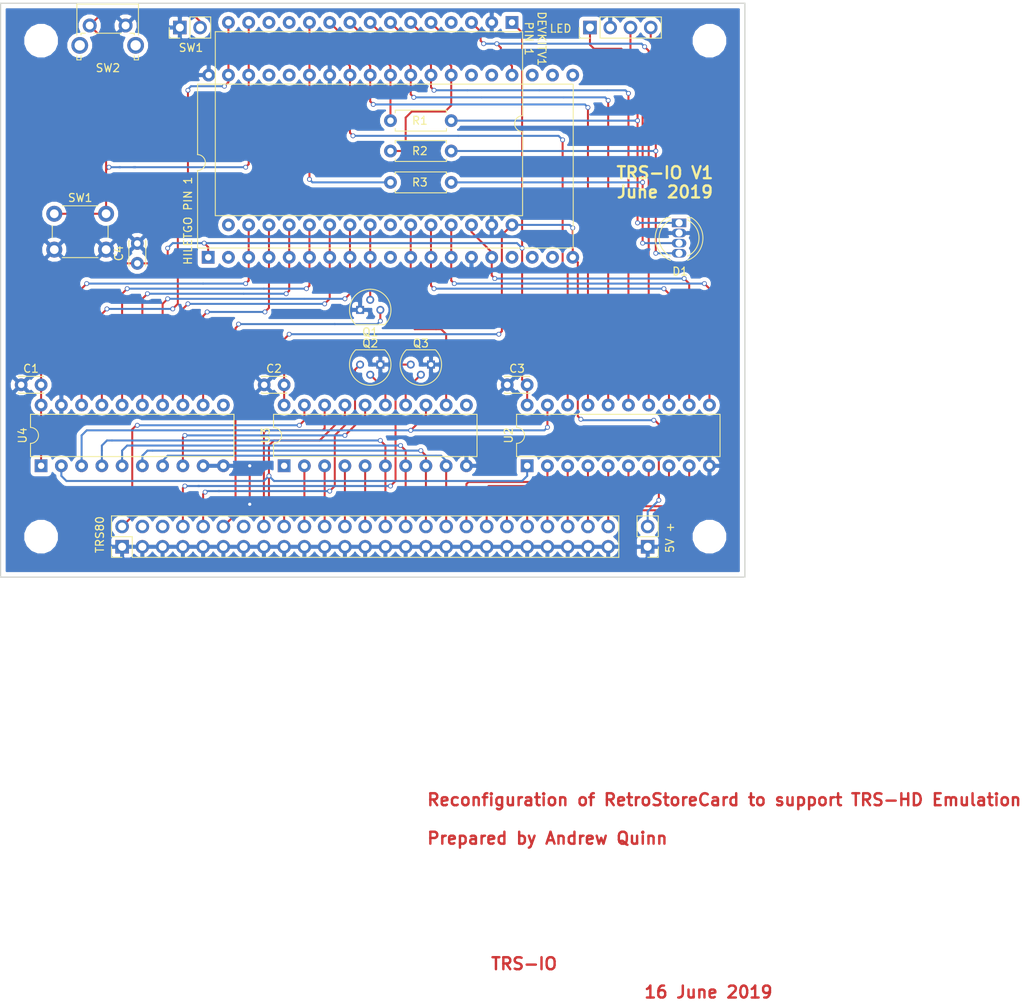
<source format=kicad_pcb>
(kicad_pcb (version 20211014) (generator pcbnew)
  (layers (0 "F.Cu" signal) (31 "B.Cu" signal) (34 "B.Paste" user) (35 "F.Paste" user) (36 "B.SilkS" user "B.Silkscreen") (37 "F.SilkS" user "F.Silkscreen") (38 "B.Mask" user) (39 "F.Mask" user) (44 "Edge.Cuts" user))
  (net 0 "")
  (net 1 "+3V3")
  (net 2 "GND")
  (net 3 "/D0")
  (net 4 "/D1")
  (net 5 "/D2")
  (net 6 "/D3")
  (net 7 "/D4")
  (net 8 "/D5")
  (net 9 "/D6")
  (net 10 "/D7")
  (net 11 "A0")
  (net 12 "A1")
  (net 13 "A2")
  (net 14 "A3")
  (net 15 "/A4")
  (net 16 "/A5")
  (net 17 "/A6")
  (net 18 "/A7")
  (net 19 "/IN")
  (net 20 "//OUT")
  (net 21 "/IOINT")
  (net 22 "/IOWAIT")
  (net 23 "/EXTIOSEL")
  (net 24 "//IORQ")
  (net 25 "/ESP32_INT")
  (net 26 "/WAIT")
  (net 27 "/ESP_EXTIOSEL")
  (net 28 "LED_RED")
  (net 29 "LED_GREEN")
  (net 30 "LED_BLUE")
  (net 31 "/ESP32_IN")
  (net 32 "ESP32_A2")
  (net 33 "ESP32_D3")
  (net 34 "ESP32_A3")
  (net 35 "ESP32_A0")
  (net 36 "ESP32_A1")
  (net 37 "ESP32_D4")
  (net 38 "ESP32_D5")
  (net 39 "/ESP32_WAIT")
  (net 40 "ESP32_D2")
  (net 41 "ESP32_D6")
  (net 42 "ESP32_D0")
  (net 43 "ESP32_D7")
  (net 44 "ESP32_D1")
  (net 45 "/ESP32_SEL")
  (net 46 "/ESP_SEL")
  (net 47 "/ESP32_P31")
  (net 48 "/ESP_P31")
  (net 49 "+5V")
  (net 50 "BUTTON")
  (net 51 "EXT_RED")
  (net 52 "EXT_BLUE")
  (net 53 "EXT_GREEN")
  (footprint "Capacitors_THT:C_Disc_D3.0mm_W2.0mm_P2.50mm" (layer "F.Cu") (at 130.81 116.84 180)
    (fp_text reference "C1")
    (fp_text value "0.1" hide)
  )
  (footprint "Capacitors_THT:C_Disc_D3.0mm_W2.0mm_P2.50mm" (layer "F.Cu") (at 161.29 116.84 180)
    (fp_text reference "C2")
    (fp_text value "0.1" hide)
  )
  (footprint "Capacitors_THT:C_Disc_D3.0mm_W2.0mm_P2.50mm" (layer "F.Cu") (at 191.77 116.84 180)
    (fp_text reference "C3")
    (fp_text value "0.1" hide)
  )
  (footprint "Capacitors_THT:C_Disc_D3.0mm_W2.0mm_P2.50mm" (layer "F.Cu") (at 142.875 101.6 90)
    (fp_text reference "C4")
    (fp_text value "0.1")
  )
  (footprint "LEDs:LED_D5.0mm-4" (layer "F.Cu") (at 210.82 96.52 -90)
    (fp_text reference "D1")
    (fp_text value "LED_RCBG" hide)
  )
  (footprint "TO_SOT_Packages_THT:TO-92_Molded_Narrow" (layer "F.Cu") (at 170.815 107.442)
    (fp_text reference "Q1")
    (fp_text value "2N7000" hide)
  )
  (footprint "TO_SOT_Packages_THT:TO-92_Molded_Narrow" (layer "F.Cu") (at 173.355 114.3 180)
    (fp_text reference "Q2")
    (fp_text value "2N7000" hide)
  )
  (footprint "TO_SOT_Packages_THT:TO-92_Molded_Narrow" (layer "F.Cu") (at 179.705 114.3 180)
    (fp_text reference "Q3")
    (fp_text value "2N7000" hide)
  )
  (footprint "Resistors_THT:R_Axial_DIN0207_L6.3mm_D2.5mm_P7.62mm_Horizontal" (layer "F.Cu") (at 174.625 83.693)
    (fp_text reference "R1")
    (fp_text value "100" hide)
  )
  (footprint "Resistors_THT:R_Axial_DIN0207_L6.3mm_D2.5mm_P7.62mm_Horizontal" (layer "F.Cu") (at 174.625 87.503)
    (fp_text reference "R2")
    (fp_text value "100" hide)
  )
  (footprint "Resistors_THT:R_Axial_DIN0207_L6.3mm_D2.5mm_P7.62mm_Horizontal" (layer "F.Cu") (at 174.625 91.44)
    (fp_text reference "R3")
    (fp_text value "100" hide)
  )
  (footprint "Buttons_Switches_THT:SW_PUSH_6mm_h9.5mm" (layer "F.Cu") (at 132.461 95.377)
    (fp_text reference "SW1")
    (fp_text value "SW_Push" hide)
  )
  (footprint "Housings_DIP:DIP-20_W7.62mm" (layer "F.Cu") (at 191.77 127 90)
    (fp_text reference "U2")
    (fp_text value "74LVC245")
  )
  (footprint "Housings_DIP:DIP-20_W7.62mm" (layer "F.Cu") (at 161.29 127 90)
    (fp_text reference "U3")
    (fp_text value "GAL16V8" hide)
  )
  (footprint "Housings_DIP:DIP-20_W7.62mm" (layer "F.Cu") (at 130.81 127 90)
    (fp_text reference "U4")
    (fp_text value "74LVC245" hide)
  )
  (footprint "TRSIO:Pin_Header_Straight_2x25_Pitch2.54mm" (layer "F.Cu") (at 140.97 137.16 90)
    (fp_text reference "J1" hide)
    (fp_text value "TRS80 " hide)
  )
  (footprint "TRSIO:DIP-30_W25.4mm" (layer "F.Cu") (at 189.865 71.374 -90)
    (fp_text reference "U1B1" hide)
    (fp_text value "ESP32_AliExpress" hide)
  )
  (footprint "TRSIO:DIP-38_W22.9mm" (layer "F.Cu") (at 151.765 100.838 90)
    (fp_text reference "U1A1" hide)
    (fp_text value "ESP32S" hide)
  )
  (footprint "Pin_Headers:Pin_Header_Straight_1x02_Pitch2.54mm" (layer "F.Cu") (at 206.883 137.16 180)
    (fp_text reference "J2" hide)
    (fp_text value "+5V" hide)
  )
  (footprint "Pin_Headers:Pin_Header_Straight_1x02_Pitch2.54mm" (layer "F.Cu") (at 148.209 72.009 90)
    (fp_text reference "J3" hide)
    (fp_text value "BUTTON" hide)
  )
  (footprint "Pin_Headers:Pin_Header_Straight_1x04_Pitch2.54mm" (layer "F.Cu") (at 199.644 72.009 90)
    (fp_text reference "J4" hide)
    (fp_text value "LED" hide)
  )
  (footprint "Mounting_Holes:MountingHole_3.2mm_M3_DIN965" (layer "F.Cu") (at 214.63 73.66)
    (fp_text reference "REF**" hide)
    (fp_text value "MountingHole_3.2mm_M3_DIN965" hide)
  )
  (footprint "Mounting_Holes:MountingHole_3.2mm_M3_DIN965" (layer "F.Cu") (at 214.63 135.89)
    (fp_text reference "REF**" hide)
    (fp_text value "MountingHole_3.2mm_M3_DIN965" hide)
  )
  (footprint "Mounting_Holes:MountingHole_3.2mm_M3_DIN965" (layer "F.Cu") (at 130.81 135.89)
    (fp_text reference "REF**" hide)
    (fp_text value "MountingHole_3.2mm_M3_DIN965" hide)
  )
  (footprint "Mounting_Holes:MountingHole_3.2mm_M3_DIN965" (layer "F.Cu") (at 130.81 73.66)
    (fp_text reference "REF**" hide)
    (fp_text value "MountingHole_3.2mm_M3_DIN965" hide)
  )
  (footprint "Buttons_Switches_THT:SW_Tactile_SPST_Angled_PTS645Vx31-2LFS" (layer "F.Cu") (at 136.906 71.755)
    (fp_text reference "SW2")
    (fp_text value "Right Angle" hide)
  )
  (gr_line (start 219.075 140.97) (end 219.075 68.961) (layer "Edge.Cuts") (width 0.15))
  (gr_line (start 219.075 68.961) (end 125.73 68.961) (layer "Edge.Cuts") (width 0.15))
  (gr_line (start 125.73 140.97) (end 219.075 140.97) (layer "Edge.Cuts") (width 0.15))
  (gr_line (start 125.73 68.961) (end 125.73 140.97) (layer "Edge.Cuts") (width 0.15))
  (gr_text "16 June 2019" (at 214.503 193.04) (layer "F.Cu") (effects (font (size 1.5 1.5) (thickness 0.3))))
  (gr_text "Reconfiguration of RetroStoreCard to support TRS-HD Emulation\n\nPrepared by Andrew Quinn" (at 179.07 171.323) (layer "F.Cu") (effects (font (size 1.5 1.5) (thickness 0.3)) (justify left)))
  (gr_text "TRS-IO" (at 191.389 189.484) (layer "F.Cu") (effects (font (size 1.5 1.5) (thickness 0.3))))
  (gr_text "5V +" (at 209.677 136.017 90) (layer "F.SilkS") (effects (font (size 1 1))))
  (gr_text "SW1" (at 149.606 74.549) (layer "F.SilkS") (effects (font (size 1 1))))
  (gr_text "DEVKITV1\nPIN 1" (at 192.786 73.406 270) (layer "F.SilkS") (effects (font (size 1 1))))
  (gr_text "LED" (at 195.961 72.136) (layer "F.SilkS") (effects (font (size 1 1))))
  (gr_text "TRS80" (at 138.176 135.636 90) (layer "F.SilkS") (effects (font (size 1 1))))
  (gr_text "HILETGO PIN 1" (at 149.225 96.266 90) (layer "F.SilkS") (effects (font (size 1 1))))
  (gr_text "TRS-IO V1\nJune 2019" (at 209.042 91.44) (layer "F.SilkS") (effects (font (size 1.5 1.5) (thickness 0.3))))
  (segment (start 131.445 101.6) (end 130.81 102.235) (width 0.25) (layer "F.Cu") (net 1))
  (segment (start 130.81 102.235) (end 130.81 116.84) (width 0.25) (layer "F.Cu") (net 1))
  (segment (start 191.135 99.695) (end 191.135 109.22) (width 0.25) (layer "F.Cu") (net 1))
  (segment (start 151.765 99.568) (end 151.257 99.06) (width 0.25) (layer "F.Cu") (net 1))
  (segment (start 191.135 116.205) (end 191.77 116.84) (width 0.25) (layer "F.Cu") (net 1))
  (segment (start 191.135 72.644) (end 189.865 71.374) (width 0.25) (layer "F.Cu") (net 1))
  (segment (start 146.685 101.6) (end 146.685 99.695) (width 0.25) (layer "F.Cu") (net 1))
  (segment (start 142.875 101.6) (end 131.445 101.6) (width 0.25) (layer "F.Cu") (net 1))
  (segment (start 191.135 99.695) (end 191.135 72.644) (width 0.25) (layer "F.Cu") (net 1))
  (segment (start 191.135 109.22) (end 191.135 116.205) (width 0.25) (layer "F.Cu") (net 1))
  (segment (start 130.81 119.38) (end 130.81 127) (width 0.25) (layer "F.Cu") (net 1))
  (segment (start 146.685 101.6) (end 142.875 101.6) (width 0.25) (layer "F.Cu") (net 1))
  (segment (start 130.81 116.84) (end 130.81 119.38) (width 0.25) (layer "F.Cu") (net 1))
  (segment (start 151.765 100.838) (end 151.765 99.568) (width 0.25) (layer "F.Cu") (net 1))
  (segment (start 191.77 116.84) (end 191.77 119.38) (width 0.25) (layer "F.Cu") (net 1))
  (via (at 146.685 99.695) (size 0.6) (drill 0.4) (layers "F.Cu" "B.Cu") (net 1))
  (via (at 151.257 99.06) (size 0.6) (drill 0.4) (layers "F.Cu" "B.Cu") (net 1))
  (via (at 191.135 99.695) (size 0.6) (drill 0.4) (layers "F.Cu" "B.Cu") (net 1))
  (segment (start 146.685 99.695) (end 147.32 99.06) (width 0.25) (layer "B.Cu") (net 1))
  (segment (start 147.32 99.06) (end 151.257 99.06) (width 0.25) (layer "B.Cu") (net 1))
  (segment (start 190.5 99.06) (end 191.135 99.695) (width 0.25) (layer "B.Cu") (net 1))
  (segment (start 151.257 99.06) (end 190.5 99.06) (width 0.25) (layer "B.Cu") (net 1))
  (segment (start 156.972 127) (end 156.972 131.826) (width 0.25) (layer "F.Cu") (net 2))
  (via (at 156.972 131.826) (size 0.6) (drill 0.4) (layers "F.Cu" "B.Cu") (net 2))
  (via (at 156.972 127) (size 0.6) (drill 0.4) (layers "F.Cu" "B.Cu") (net 2))
  (segment (start 153.67 127) (end 156.972 127) (width 0.25) (layer "B.Cu") (net 2))
  (segment (start 201.93 132.784002) (end 202.126002 132.588) (width 0.25) (layer "F.Cu") (net 3))
  (segment (start 202.126002 132.588) (end 211.836 132.588) (width 0.25) (layer "F.Cu") (net 3))
  (segment (start 211.836 132.588) (end 212.09 132.334) (width 0.25) (layer "F.Cu") (net 3))
  (segment (start 212.09 132.334) (end 212.09 127) (width 0.25) (layer "F.Cu") (net 3))
  (segment (start 201.93 134.62) (end 201.93 132.784002) (width 0.25) (layer "F.Cu") (net 3))
  (segment (start 199.39 132.276002) (end 199.586002 132.08) (width 0.25) (layer "F.Cu") (net 4))
  (segment (start 199.586002 132.08) (end 209.296 132.08) (width 0.25) (layer "F.Cu") (net 4))
  (segment (start 209.296 132.08) (end 209.55 131.826) (width 0.25) (layer "F.Cu") (net 4))
  (segment (start 209.55 131.826) (end 209.55 127) (width 0.25) (layer "F.Cu") (net 4))
  (segment (start 199.39 134.62) (end 199.39 132.276002) (width 0.25) (layer "F.Cu") (net 4))
  (segment (start 196.85 131.768002) (end 197.046002 131.572) (width 0.25) (layer "F.Cu") (net 5))
  (segment (start 197.046002 131.572) (end 206.756 131.572) (width 0.25) (layer "F.Cu") (net 5))
  (segment (start 206.756 131.572) (end 207.01 131.318) (width 0.25) (layer "F.Cu") (net 5))
  (segment (start 207.01 131.318) (end 207.01 127) (width 0.25) (layer "F.Cu") (net 5))
  (segment (start 196.85 134.62) (end 196.85 131.768002) (width 0.25) (layer "F.Cu") (net 5))
  (segment (start 194.31 131.260002) (end 194.506002 131.064) (width 0.25) (layer "F.Cu") (net 6))
  (segment (start 194.506002 131.064) (end 204.216 131.064) (width 0.25) (layer "F.Cu") (net 6))
  (segment (start 204.216 131.064) (end 204.47 130.81) (width 0.25) (layer "F.Cu") (net 6))
  (segment (start 204.47 130.81) (end 204.47 127) (width 0.25) (layer "F.Cu") (net 6))
  (segment (start 194.31 134.62) (end 194.31 131.260002) (width 0.25) (layer "F.Cu") (net 6))
  (segment (start 191.77 130.752002) (end 191.966002 130.556) (width 0.25) (layer "F.Cu") (net 7))
  (segment (start 191.966002 130.556) (end 201.676 130.556) (width 0.25) (layer "F.Cu") (net 7))
  (segment (start 201.676 130.556) (end 201.93 130.302) (width 0.25) (layer "F.Cu") (net 7))
  (segment (start 201.93 130.302) (end 201.93 127) (width 0.25) (layer "F.Cu") (net 7))
  (segment (start 191.77 134.62) (end 191.77 130.752002) (width 0.25) (layer "F.Cu") (net 7))
  (segment (start 189.23 130.244002) (end 189.426002 130.048) (width 0.25) (layer "F.Cu") (net 8))
  (segment (start 189.426002 130.048) (end 199.136 130.048) (width 0.25) (layer "F.Cu") (net 8))
  (segment (start 199.136 130.048) (end 199.39 129.794) (width 0.25) (layer "F.Cu") (net 8))
  (segment (start 199.39 129.794) (end 199.39 127) (width 0.25) (layer "F.Cu") (net 8))
  (segment (start 189.23 134.62) (end 189.23 130.244002) (width 0.25) (layer "F.Cu") (net 8))
  (segment (start 196.342 129.54) (end 186.944 129.54) (width 0.25) (layer "F.Cu") (net 9))
  (segment (start 186.944 129.54) (end 186.69 129.794) (width 0.25) (layer "F.Cu") (net 9))
  (segment (start 186.69 134.62) (end 186.69 129.794) (width 0.25) (layer "F.Cu") (net 9))
  (segment (start 196.596 129.54) (end 196.85 129.286) (width 0.25) (layer "F.Cu") (net 9))
  (segment (start 196.85 129.286) (end 196.85 129.032) (width 0.25) (layer "F.Cu") (net 9))
  (segment (start 196.85 129.032) (end 196.85 127) (width 0.25) (layer "F.Cu") (net 9))
  (segment (start 196.342 129.54) (end 196.596 129.54) (width 0.25) (layer "F.Cu") (net 9))
  (segment (start 193.294 129.032) (end 184.404 129.032) (width 0.25) (layer "F.Cu") (net 10))
  (segment (start 184.404 129.032) (end 184.15 129.286) (width 0.25) (layer "F.Cu") (net 10))
  (segment (start 184.15 134.62) (end 184.15 129.286) (width 0.25) (layer "F.Cu") (net 10))
  (segment (start 194.31 128.778) (end 194.056 129.032) (width 0.25) (layer "F.Cu") (net 10))
  (segment (start 194.056 129.032) (end 193.294 129.032) (width 0.25) (layer "F.Cu") (net 10))
  (segment (start 194.31 128.016) (end 194.31 127) (width 0.25) (layer "F.Cu") (net 10))
  (segment (start 194.31 128.016) (end 194.31 128.778) (width 0.25) (layer "F.Cu") (net 10))
  (segment (start 181.61 127) (end 181.61 134.62) (width 0.25) (layer "F.Cu") (net 11))
  (segment (start 146.05 126.365) (end 146.685 125.73) (width 0.25) (layer "B.Cu") (net 11))
  (segment (start 146.685 125.73) (end 180.34 125.73) (width 0.25) (layer "B.Cu") (net 11))
  (segment (start 180.975 125.73) (end 181.61 126.365) (width 0.25) (layer "B.Cu") (net 11))
  (segment (start 181.61 126.365) (end 181.61 127) (width 0.25) (layer "B.Cu") (net 11))
  (segment (start 146.05 127) (end 146.05 126.365) (width 0.25) (layer "B.Cu") (net 11))
  (segment (start 180.34 125.73) (end 180.975 125.73) (width 0.25) (layer "B.Cu") (net 11))
  (segment (start 179.07 125.73) (end 178.435 125.095) (width 0.25) (layer "F.Cu") (net 12))
  (segment (start 179.07 127) (end 179.07 125.73) (width 0.25) (layer "F.Cu") (net 12))
  (segment (start 179.07 127) (end 179.07 134.62) (width 0.25) (layer "F.Cu") (net 12))
  (via (at 178.435 125.095) (size 0.6) (drill 0.4) (layers "F.Cu" "B.Cu") (net 12))
  (segment (start 178.435 125.095) (end 144.78 125.095) (width 0.25) (layer "B.Cu") (net 12))
  (segment (start 143.51 126.365) (end 143.51 127) (width 0.25) (layer "B.Cu") (net 12))
  (segment (start 144.145 125.095) (end 143.51 125.73) (width 0.25) (layer "B.Cu") (net 12))
  (segment (start 143.51 125.73) (end 143.51 127) (width 0.25) (layer "B.Cu") (net 12))
  (segment (start 144.78 125.095) (end 144.145 125.095) (width 0.25) (layer "B.Cu") (net 12))
  (segment (start 176.53 125.095) (end 175.895 124.46) (width 0.25) (layer "F.Cu") (net 13))
  (segment (start 176.53 125.095) (end 176.53 127) (width 0.25) (layer "F.Cu") (net 13))
  (segment (start 176.53 127) (end 176.53 134.62) (width 0.25) (layer "F.Cu") (net 13))
  (via (at 175.895 124.46) (size 0.6) (drill 0.4) (layers "F.Cu" "B.Cu") (net 13))
  (segment (start 175.895 124.46) (end 142.24 124.46) (width 0.25) (layer "B.Cu") (net 13))
  (segment (start 140.97 127) (end 140.97 125.73) (width 0.25) (layer "B.Cu") (net 13))
  (segment (start 141.605 124.46) (end 140.97 125.095) (width 0.25) (layer "B.Cu") (net 13))
  (segment (start 140.97 125.095) (end 140.97 125.73) (width 0.25) (layer "B.Cu") (net 13))
  (segment (start 142.24 124.46) (end 141.605 124.46) (width 0.25) (layer "B.Cu") (net 13))
  (segment (start 173.99 124.46) (end 173.355 123.825) (width 0.25) (layer "F.Cu") (net 14))
  (segment (start 173.99 124.46) (end 173.99 127) (width 0.25) (layer "F.Cu") (net 14))
  (segment (start 173.99 127) (end 173.99 134.62) (width 0.25) (layer "F.Cu") (net 14))
  (via (at 173.355 123.825) (size 0.6) (drill 0.4) (layers "F.Cu" "B.Cu") (net 14))
  (segment (start 173.355 123.825) (end 139.7 123.825) (width 0.25) (layer "B.Cu") (net 14))
  (segment (start 138.43 127) (end 138.43 125.095) (width 0.25) (layer "B.Cu") (net 14))
  (segment (start 139.065 123.825) (end 138.43 124.46) (width 0.25) (layer "B.Cu") (net 14))
  (segment (start 138.43 124.46) (end 138.43 125.095) (width 0.25) (layer "B.Cu") (net 14))
  (segment (start 139.7 123.825) (end 139.065 123.825) (width 0.25) (layer "B.Cu") (net 14))
  (segment (start 171.45 127) (end 171.45 134.62) (width 0.25) (layer "F.Cu") (net 15))
  (segment (start 168.91 127) (end 168.91 134.62) (width 0.25) (layer "F.Cu") (net 16))
  (segment (start 166.37 127) (end 166.37 134.62) (width 0.25) (layer "F.Cu") (net 17))
  (segment (start 163.83 127) (end 163.83 134.62) (width 0.25) (layer "F.Cu") (net 18))
  (segment (start 168.91 120.65) (end 165.735 123.825) (width 0.25) (layer "F.Cu") (net 19))
  (segment (start 165.735 123.825) (end 160.02 123.825) (width 0.25) (layer "F.Cu") (net 19))
  (segment (start 160.02 123.825) (end 159.385 124.46) (width 0.25) (layer "F.Cu") (net 19))
  (segment (start 159.385 124.46) (end 159.385 128.27) (width 0.25) (layer "F.Cu") (net 19))
  (segment (start 159.385 129.54) (end 159.385 131.445) (width 0.25) (layer "F.Cu") (net 19))
  (segment (start 159.385 128.27) (end 159.385 129.54) (width 0.25) (layer "F.Cu") (net 19))
  (segment (start 161.29 133.35) (end 159.385 131.445) (width 0.25) (layer "F.Cu") (net 19))
  (segment (start 168.91 119.38) (end 168.91 120.65) (width 0.25) (layer "F.Cu") (net 19))
  (segment (start 161.29 134.62) (end 161.29 133.35) (width 0.25) (layer "F.Cu") (net 19))
  (via (at 159.385 128.27) (size 0.6) (drill 0.4) (layers "F.Cu" "B.Cu") (net 19))
  (segment (start 133.35 128.27) (end 133.985 128.905) (width 0.25) (layer "B.Cu") (net 19))
  (segment (start 133.985 128.905) (end 158.75 128.905) (width 0.25) (layer "B.Cu") (net 19))
  (segment (start 191.77 128.27) (end 191.135 128.905) (width 0.25) (layer "B.Cu") (net 19))
  (segment (start 191.135 128.905) (end 160.02 128.905) (width 0.25) (layer "B.Cu") (net 19))
  (segment (start 191.77 128.27) (end 191.77 127) (width 0.25) (layer "B.Cu") (net 19))
  (segment (start 159.385 128.27) (end 160.02 128.905) (width 0.25) (layer "B.Cu") (net 19))
  (segment (start 133.35 128.27) (end 133.35 127) (width 0.25) (layer "B.Cu") (net 19))
  (segment (start 159.385 128.27) (end 158.75 128.905) (width 0.25) (layer "B.Cu") (net 19))
  (segment (start 166.37 122.301) (end 166.116 122.555) (width 0.25) (layer "F.Cu") (net 20))
  (segment (start 166.116 122.555) (end 159.004 122.555) (width 0.25) (layer "F.Cu") (net 20))
  (segment (start 159.004 122.555) (end 158.75 122.809) (width 0.25) (layer "F.Cu") (net 20))
  (segment (start 158.75 122.809) (end 158.75 134.62) (width 0.25) (layer "F.Cu") (net 20))
  (segment (start 166.37 119.38) (end 166.37 122.301) (width 0.25) (layer "F.Cu") (net 20))
  (segment (start 155.575 109.347) (end 155.194 109.728) (width 0.25) (layer "F.Cu") (net 21))
  (segment (start 155.194 109.728) (end 155.194 133.096) (width 0.25) (layer "F.Cu") (net 21))
  (segment (start 153.67 134.62) (end 155.194 133.096) (width 0.25) (layer "F.Cu") (net 21))
  (segment (start 173.355 108.839) (end 173.355 107.442) (width 0.25) (layer "F.Cu") (net 21))
  (segment (start 155.575 109.22) (end 155.575 109.347) (width 0.25) (layer "F.Cu") (net 21))
  (via (at 173.355 108.839) (size 0.6) (drill 0.4) (layers "F.Cu" "B.Cu") (net 21))
  (via (at 155.575 109.22) (size 0.6) (drill 0.4) (layers "F.Cu" "B.Cu") (net 21))
  (segment (start 155.575 109.22) (end 167.64 109.22) (width 0.25) (layer "B.Cu") (net 21))
  (segment (start 172.974 109.22) (end 173.355 108.839) (width 0.25) (layer "B.Cu") (net 21))
  (segment (start 167.64 109.22) (end 172.974 109.22) (width 0.25) (layer "B.Cu") (net 21))
  (segment (start 167.005 130.175) (end 167.64 129.54) (width 0.25) (layer "F.Cu") (net 22))
  (segment (start 167.64 129.54) (end 167.64 123.19) (width 0.25) (layer "F.Cu") (net 22))
  (segment (start 167.64 123.19) (end 170.18 120.65) (width 0.25) (layer "F.Cu") (net 22))
  (segment (start 170.18 120.65) (end 170.18 114.935) (width 0.25) (layer "F.Cu") (net 22))
  (segment (start 170.18 114.935) (end 170.815 114.3) (width 0.25) (layer "F.Cu") (net 22))
  (segment (start 151.384 130.302) (end 151.13 130.556) (width 0.25) (layer "F.Cu") (net 22))
  (segment (start 151.13 130.556) (end 151.13 134.62) (width 0.25) (layer "F.Cu") (net 22))
  (via (at 151.384 130.302) (size 0.6) (drill 0.4) (layers "F.Cu" "B.Cu") (net 22))
  (via (at 167.005 130.175) (size 0.6) (drill 0.4) (layers "F.Cu" "B.Cu") (net 22))
  (segment (start 153.035 130.175) (end 153.162 130.175) (width 0.25) (layer "B.Cu") (net 22))
  (segment (start 153.162 130.175) (end 167.005 130.175) (width 0.25) (layer "B.Cu") (net 22))
  (segment (start 151.511 130.175) (end 151.384 130.302) (width 0.25) (layer "B.Cu") (net 22))
  (segment (start 153.162 130.175) (end 151.511 130.175) (width 0.25) (layer "B.Cu") (net 22))
  (segment (start 174.625 129.54) (end 175.26 128.905) (width 0.25) (layer "F.Cu") (net 23))
  (segment (start 175.26 128.905) (end 175.26 114.935) (width 0.25) (layer "F.Cu") (net 23))
  (segment (start 175.26 114.935) (end 175.895 114.3) (width 0.25) (layer "F.Cu") (net 23))
  (segment (start 175.895 114.3) (end 177.165 114.3) (width 0.25) (layer "F.Cu") (net 23))
  (segment (start 148.844 129.54) (end 148.59 129.794) (width 0.25) (layer "F.Cu") (net 23))
  (segment (start 148.59 129.794) (end 148.59 134.62) (width 0.25) (layer "F.Cu") (net 23))
  (via (at 148.844 129.54) (size 0.6) (drill 0.4) (layers "F.Cu" "B.Cu") (net 23))
  (via (at 174.625 129.54) (size 0.6) (drill 0.4) (layers "F.Cu" "B.Cu") (net 23))
  (segment (start 150.495 129.54) (end 150.622 129.54) (width 0.25) (layer "B.Cu") (net 23))
  (segment (start 150.622 129.54) (end 174.625 129.54) (width 0.25) (layer "B.Cu") (net 23))
  (segment (start 150.622 129.54) (end 148.844 129.54) (width 0.25) (layer "B.Cu") (net 23))
  (segment (start 163.195 121.92) (end 163.83 121.285) (width 0.25) (layer "F.Cu") (net 24))
  (segment (start 163.83 121.285) (end 163.83 120.65) (width 0.25) (layer "F.Cu") (net 24))
  (segment (start 142.748 121.92) (end 142.24 122.428) (width 0.25) (layer "F.Cu") (net 24))
  (segment (start 142.24 122.428) (end 142.24 133.35) (width 0.25) (layer "F.Cu") (net 24))
  (segment (start 142.24 133.35) (end 140.97 134.62) (width 0.25) (layer "F.Cu") (net 24))
  (segment (start 142.875 121.92) (end 142.748 121.92) (width 0.25) (layer "F.Cu") (net 24))
  (segment (start 163.83 119.38) (end 163.83 120.65) (width 0.25) (layer "F.Cu") (net 24))
  (via (at 163.195 121.92) (size 0.6) (drill 0.4) (layers "F.Cu" "B.Cu") (net 24))
  (via (at 142.875 121.92) (size 0.6) (drill 0.4) (layers "F.Cu" "B.Cu") (net 24))
  (segment (start 142.875 121.92) (end 163.195 121.92) (width 0.25) (layer "B.Cu") (net 24))
  (segment (start 172.085 96.774) (end 172.085 100.838) (width 0.25) (layer "F.Cu") (net 25))
  (segment (start 172.085 100.838) (end 172.085 106.172) (width 0.25) (layer "F.Cu") (net 25))
  (segment (start 173.99 117.475) (end 173.99 119.38) (width 0.25) (layer "F.Cu") (net 26))
  (segment (start 172.085 115.57) (end 173.99 117.475) (width 0.25) (layer "F.Cu") (net 26))
  (segment (start 176.53 117.475) (end 176.53 119.38) (width 0.25) (layer "F.Cu") (net 27))
  (segment (start 178.435 115.57) (end 176.53 117.475) (width 0.25) (layer "F.Cu") (net 27))
  (segment (start 173.228 75.438) (end 173.228 72.517) (width 0.25) (layer "F.Cu") (net 28))
  (segment (start 173.228 72.517) (end 172.085 71.374) (width 0.25) (layer "F.Cu") (net 28))
  (segment (start 174.625 77.978) (end 174.625 83.693) (width 0.25) (layer "F.Cu") (net 28))
  (segment (start 174.625 77.978) (end 174.625 76.835) (width 0.25) (layer "F.Cu") (net 28))
  (segment (start 174.625 76.835) (end 173.228 75.438) (width 0.25) (layer "F.Cu") (net 28))
  (segment (start 180.848 75.438) (end 180.848 72.517) (width 0.25) (layer "F.Cu") (net 29))
  (segment (start 180.848 72.517) (end 179.705 71.374) (width 0.25) (layer "F.Cu") (net 29))
  (segment (start 182.245 81.788) (end 181.483 82.55) (width 0.25) (layer "F.Cu") (net 29))
  (segment (start 181.483 82.55) (end 177.292 82.55) (width 0.25) (layer "F.Cu") (net 29))
  (segment (start 177.292 82.55) (end 176.53 83.312) (width 0.25) (layer "F.Cu") (net 29))
  (segment (start 176.53 83.312) (end 176.53 87.122) (width 0.25) (layer "F.Cu") (net 29))
  (segment (start 176.53 87.122) (end 176.149 87.503) (width 0.25) (layer "F.Cu") (net 29))
  (segment (start 176.149 87.503) (end 174.625 87.503) (width 0.25) (layer "F.Cu") (net 29))
  (segment (start 182.245 76.835) (end 180.848 75.438) (width 0.25) (layer "F.Cu") (net 29))
  (segment (start 182.245 77.978) (end 182.245 76.835) (width 0.25) (layer "F.Cu") (net 29))
  (segment (start 182.245 77.978) (end 182.245 81.788) (width 0.25) (layer "F.Cu") (net 29))
  (segment (start 164.465 91.059) (end 164.465 89.916) (width 0.25) (layer "F.Cu") (net 30))
  (segment (start 164.465 89.916) (end 164.465 90.043) (width 0.25) (layer "F.Cu") (net 30))
  (segment (start 164.465 71.374) (end 164.465 77.978) (width 0.25) (layer "F.Cu") (net 30))
  (segment (start 164.465 77.978) (end 164.465 89.916) (width 0.25) (layer "F.Cu") (net 30))
  (via (at 164.465 91.059) (size 0.6) (drill 0.4) (layers "F.Cu" "B.Cu") (net 30))
  (segment (start 164.846 91.44) (end 164.465 91.059) (width 0.25) (layer "B.Cu") (net 30))
  (segment (start 174.625 91.44) (end 164.846 91.44) (width 0.25) (layer "B.Cu") (net 30))
  (segment (start 135.89 104.775) (end 136.525 104.14) (width 0.25) (layer "F.Cu") (net 31))
  (segment (start 156.845 103.759) (end 156.464 104.14) (width 0.25) (layer "F.Cu") (net 31))
  (segment (start 156.845 100.838) (end 156.845 103.759) (width 0.25) (layer "F.Cu") (net 31))
  (segment (start 135.89 104.775) (end 135.89 119.38) (width 0.25) (layer "F.Cu") (net 31))
  (segment (start 156.845 96.774) (end 156.845 100.838) (width 0.25) (layer "F.Cu") (net 31))
  (via (at 136.525 104.14) (size 0.6) (drill 0.4) (layers "F.Cu" "B.Cu") (net 31))
  (via (at 156.464 104.14) (size 0.6) (drill 0.4) (layers "F.Cu" "B.Cu") (net 31))
  (segment (start 136.525 104.14) (end 151.13 104.14) (width 0.25) (layer "B.Cu") (net 31))
  (segment (start 151.13 104.14) (end 156.464 104.14) (width 0.25) (layer "B.Cu") (net 31))
  (segment (start 143.51 106.045) (end 144.145 105.41) (width 0.25) (layer "F.Cu") (net 32))
  (segment (start 161.925 105.029) (end 161.544 105.41) (width 0.25) (layer "F.Cu") (net 32))
  (segment (start 161.925 100.838) (end 161.925 105.029) (width 0.25) (layer "F.Cu") (net 32))
  (segment (start 161.925 96.774) (end 161.925 100.838) (width 0.25) (layer "F.Cu") (net 32))
  (segment (start 143.51 119.38) (end 143.51 106.045) (width 0.25) (layer "F.Cu") (net 32))
  (via (at 161.544 105.41) (size 0.6) (drill 0.4) (layers "F.Cu" "B.Cu") (net 32))
  (via (at 144.145 105.41) (size 0.6) (drill 0.4) (layers "F.Cu" "B.Cu") (net 32))
  (segment (start 144.145 105.41) (end 156.21 105.41) (width 0.25) (layer "B.Cu") (net 32))
  (segment (start 156.21 105.41) (end 161.544 105.41) (width 0.25) (layer "B.Cu") (net 32))
  (segment (start 207.01 78.74) (end 207.01 78.867) (width 0.25) (layer "F.Cu") (net 33))
  (segment (start 207.01 78.867) (end 207.01 119.38) (width 0.25) (layer "F.Cu") (net 33))
  (segment (start 207.01 74.93) (end 206.502 74.422) (width 0.25) (layer "F.Cu") (net 33))
  (segment (start 184.912 71.501) (end 184.785 71.374) (width 0.25) (layer "F.Cu") (net 33))
  (segment (start 185.928 72.517) (end 185.928 73.66) (width 0.25) (layer "F.Cu") (net 33))
  (segment (start 185.928 73.66) (end 186.309 74.041) (width 0.25) (layer "F.Cu") (net 33))
  (segment (start 188.468 75.438) (end 188.468 74.549) (width 0.25) (layer "F.Cu") (net 33))
  (segment (start 188.468 74.549) (end 187.96 74.041) (width 0.25) (layer "F.Cu") (net 33))
  (segment (start 184.785 71.374) (end 185.928 72.517) (width 0.25) (layer "F.Cu") (net 33))
  (segment (start 207.01 78.867) (end 207.01 75.946) (width 0.25) (layer "F.Cu") (net 33))
  (segment (start 189.865 77.978) (end 189.865 76.835) (width 0.25) (layer "F.Cu") (net 33))
  (segment (start 207.01 75.946) (end 207.01 74.93) (width 0.25) (layer "F.Cu") (net 33))
  (segment (start 189.865 76.835) (end 188.468 75.438) (width 0.25) (layer "F.Cu") (net 33))
  (via (at 187.96 74.041) (size 0.6) (drill 0.4) (layers "F.Cu" "B.Cu") (net 33))
  (via (at 206.502 74.422) (size 0.6) (drill 0.4) (layers "F.Cu" "B.Cu") (net 33))
  (via (at 186.309 74.041) (size 0.6) (drill 0.4) (layers "F.Cu" "B.Cu") (net 33))
  (segment (start 206.502 74.422) (end 206.121 74.041) (width 0.25) (layer "B.Cu") (net 33))
  (segment (start 206.121 74.041) (end 187.96 74.041) (width 0.25) (layer "B.Cu") (net 33))
  (segment (start 187.96 74.041) (end 186.309 74.041) (width 0.25) (layer "B.Cu") (net 33))
  (segment (start 140.97 105.41) (end 141.605 104.775) (width 0.25) (layer "F.Cu") (net 34))
  (segment (start 164.465 104.394) (end 164.084 104.775) (width 0.25) (layer "F.Cu") (net 34))
  (segment (start 164.465 100.838) (end 164.465 104.394) (width 0.25) (layer "F.Cu") (net 34))
  (segment (start 140.97 119.38) (end 140.97 105.41) (width 0.25) (layer "F.Cu") (net 34))
  (segment (start 164.465 96.774) (end 164.465 100.838) (width 0.25) (layer "F.Cu") (net 34))
  (via (at 141.605 104.775) (size 0.6) (drill 0.4) (layers "F.Cu" "B.Cu") (net 34))
  (via (at 164.084 104.775) (size 0.6) (drill 0.4) (layers "F.Cu" "B.Cu") (net 34))
  (segment (start 141.605 104.775) (end 158.75 104.775) (width 0.25) (layer "B.Cu") (net 34))
  (segment (start 164.084 104.775) (end 164.211 104.775) (width 0.25) (layer "B.Cu") (net 34))
  (segment (start 158.75 104.775) (end 164.084 104.775) (width 0.25) (layer "B.Cu") (net 34))
  (segment (start 167.005 106.045) (end 166.37 106.68) (width 0.25) (layer "F.Cu") (net 35))
  (segment (start 148.59 107.315) (end 148.59 119.38) (width 0.25) (layer "F.Cu") (net 35))
  (segment (start 148.59 107.315) (end 149.225 106.68) (width 0.25) (layer "F.Cu") (net 35))
  (segment (start 167.005 100.838) (end 167.005 106.045) (width 0.25) (layer "F.Cu") (net 35))
  (segment (start 167.005 96.774) (end 167.005 100.838) (width 0.25) (layer "F.Cu") (net 35))
  (via (at 166.37 106.68) (size 0.6) (drill 0.4) (layers "F.Cu" "B.Cu") (net 35))
  (via (at 149.225 106.68) (size 0.6) (drill 0.4) (layers "F.Cu" "B.Cu") (net 35))
  (segment (start 149.225 106.68) (end 161.29 106.68) (width 0.25) (layer "B.Cu") (net 35))
  (segment (start 166.37 106.68) (end 161.29 106.68) (width 0.25) (layer "B.Cu") (net 35))
  (segment (start 146.05 106.68) (end 146.685 106.045) (width 0.25) (layer "F.Cu") (net 36))
  (segment (start 169.545 105.41) (end 168.91 106.045) (width 0.25) (layer "F.Cu") (net 36))
  (segment (start 169.545 100.838) (end 169.545 105.41) (width 0.25) (layer "F.Cu") (net 36))
  (segment (start 169.545 96.774) (end 169.545 100.838) (width 0.25) (layer "F.Cu") (net 36))
  (segment (start 146.05 106.68) (end 146.05 119.38) (width 0.25) (layer "F.Cu") (net 36))
  (via (at 168.91 106.045) (size 0.6) (drill 0.4) (layers "F.Cu" "B.Cu") (net 36))
  (via (at 146.685 106.045) (size 0.6) (drill 0.4) (layers "F.Cu" "B.Cu") (net 36))
  (segment (start 146.685 106.045) (end 163.83 106.045) (width 0.25) (layer "B.Cu") (net 36))
  (segment (start 168.91 106.045) (end 163.83 106.045) (width 0.25) (layer "B.Cu") (net 36))
  (segment (start 179.705 76.708) (end 178.435 75.438) (width 0.25) (layer "F.Cu") (net 37))
  (segment (start 178.435 75.438) (end 178.435 72.644) (width 0.25) (layer "F.Cu") (net 37))
  (segment (start 178.435 72.644) (end 177.165 71.374) (width 0.25) (layer "F.Cu") (net 37))
  (segment (start 179.705 79.502) (end 180.086 79.883) (width 0.25) (layer "F.Cu") (net 37))
  (segment (start 204.47 80.264) (end 204.47 94.107) (width 0.25) (layer "F.Cu") (net 37))
  (segment (start 179.705 79.502) (end 179.705 77.978) (width 0.25) (layer "F.Cu") (net 37))
  (segment (start 179.705 77.978) (end 179.705 76.7715) (width 0.25) (layer "F.Cu") (net 37))
  (segment (start 179.705 76.7715) (end 179.705 76.708) (width 0.25) (layer "F.Cu") (net 37))
  (segment (start 204.47 119.38) (end 204.47 94.107) (width 0.25) (layer "F.Cu") (net 37))
  (via (at 180.086 79.883) (size 0.6) (drill 0.4) (layers "F.Cu" "B.Cu") (net 37))
  (via (at 204.47 80.264) (size 0.6) (drill 0.4) (layers "F.Cu" "B.Cu") (net 37))
  (segment (start 204.089 79.883) (end 204.47 80.264) (width 0.25) (layer "B.Cu") (net 37))
  (segment (start 193.294 79.883) (end 184.277 79.883) (width 0.25) (layer "B.Cu") (net 37))
  (segment (start 184.277 79.883) (end 180.086 79.883) (width 0.25) (layer "B.Cu") (net 37))
  (segment (start 201.803 79.883) (end 204.089 79.883) (width 0.25) (layer "B.Cu") (net 37))
  (segment (start 201.803 79.883) (end 193.294 79.883) (width 0.25) (layer "B.Cu") (net 37))
  (segment (start 175.768 75.438) (end 175.768 72.517) (width 0.25) (layer "F.Cu") (net 38))
  (segment (start 175.768 72.517) (end 174.625 71.374) (width 0.25) (layer "F.Cu") (net 38))
  (segment (start 177.165 80.391) (end 177.546 80.772) (width 0.25) (layer "F.Cu") (net 38))
  (segment (start 201.93 81.153) (end 201.93 119.38) (width 0.25) (layer "F.Cu") (net 38))
  (segment (start 177.165 76.835) (end 175.768 75.438) (width 0.25) (layer "F.Cu") (net 38))
  (segment (start 177.165 77.978) (end 177.165 80.391) (width 0.25) (layer "F.Cu") (net 38))
  (segment (start 177.165 77.978) (end 177.165 76.835) (width 0.25) (layer "F.Cu") (net 38))
  (via (at 177.546 80.772) (size 0.6) (drill 0.4) (layers "F.Cu" "B.Cu") (net 38))
  (via (at 201.93 81.153) (size 0.6) (drill 0.4) (layers "F.Cu" "B.Cu") (net 38))
  (segment (start 177.546 80.772) (end 186.055 80.772) (width 0.25) (layer "B.Cu") (net 38))
  (segment (start 201.549 80.772) (end 201.93 81.153) (width 0.25) (layer "B.Cu") (net 38))
  (segment (start 196.342 80.772) (end 186.055 80.772) (width 0.25) (layer "B.Cu") (net 38))
  (segment (start 196.342 80.772) (end 201.549 80.772) (width 0.25) (layer "B.Cu") (net 38))
  (segment (start 181.61 119.38) (end 181.61 111.125) (width 0.25) (layer "F.Cu") (net 39))
  (segment (start 180.975 109.855) (end 181.61 110.49) (width 0.25) (layer "F.Cu") (net 39))
  (segment (start 181.61 110.49) (end 181.61 111.125) (width 0.25) (layer "F.Cu") (net 39))
  (segment (start 177.165 109.347) (end 177.673 109.855) (width 0.25) (layer "F.Cu") (net 39))
  (segment (start 177.673 109.855) (end 180.34 109.855) (width 0.25) (layer "F.Cu") (net 39))
  (segment (start 177.165 100.838) (end 177.165 109.347) (width 0.25) (layer "F.Cu") (net 39))
  (segment (start 180.34 109.855) (end 180.975 109.855) (width 0.25) (layer "F.Cu") (net 39))
  (segment (start 177.165 96.774) (end 177.165 100.838) (width 0.25) (layer "F.Cu") (net 39))
  (segment (start 208.915 104.775) (end 209.55 105.41) (width 0.25) (layer "F.Cu") (net 40))
  (segment (start 209.55 105.41) (end 209.55 119.38) (width 0.25) (layer "F.Cu") (net 40))
  (segment (start 179.705 104.394) (end 180.086 104.775) (width 0.25) (layer "F.Cu") (net 40))
  (segment (start 179.705 100.838) (end 179.705 104.394) (width 0.25) (layer "F.Cu") (net 40))
  (segment (start 179.705 96.774) (end 179.705 100.838) (width 0.25) (layer "F.Cu") (net 40))
  (via (at 180.086 104.775) (size 0.6) (drill 0.4) (layers "F.Cu" "B.Cu") (net 40))
  (via (at 208.915 104.775) (size 0.6) (drill 0.4) (layers "F.Cu" "B.Cu") (net 40))
  (segment (start 180.086 104.775) (end 208.915 104.775) (width 0.25) (layer "B.Cu") (net 40))
  (segment (start 170.688 75.438) (end 170.688 73.279) (width 0.25) (layer "F.Cu") (net 41))
  (segment (start 170.688 72.517) (end 169.545 71.374) (width 0.25) (layer "F.Cu") (net 41))
  (segment (start 172.085 81.28) (end 172.466 81.661) (width 0.25) (layer "F.Cu") (net 41))
  (segment (start 199.39 82.042) (end 199.39 119.38) (width 0.25) (layer "F.Cu") (net 41))
  (segment (start 172.085 77.978) (end 172.085 76.835) (width 0.25) (layer "F.Cu") (net 41))
  (segment (start 170.688 73.279) (end 170.688 72.517) (width 0.25) (layer "F.Cu") (net 41))
  (segment (start 172.085 77.978) (end 172.085 81.28) (width 0.25) (layer "F.Cu") (net 41))
  (segment (start 172.085 76.835) (end 170.688 75.438) (width 0.25) (layer "F.Cu") (net 41))
  (via (at 172.466 81.661) (size 0.6) (drill 0.4) (layers "F.Cu" "B.Cu") (net 41))
  (via (at 199.39 82.042) (size 0.6) (drill 0.4) (layers "F.Cu" "B.Cu") (net 41))
  (segment (start 172.466 81.661) (end 180.721 81.661) (width 0.25) (layer "B.Cu") (net 41))
  (segment (start 199.009 81.661) (end 199.39 82.042) (width 0.25) (layer "B.Cu") (net 41))
  (segment (start 194.31 81.661) (end 180.721 81.661) (width 0.25) (layer "B.Cu") (net 41))
  (segment (start 194.31 81.661) (end 199.009 81.661) (width 0.25) (layer "B.Cu") (net 41))
  (segment (start 213.995 104.14) (end 214.63 104.775) (width 0.25) (layer "F.Cu") (net 42))
  (segment (start 214.63 104.775) (end 214.63 119.38) (width 0.25) (layer "F.Cu") (net 42))
  (segment (start 182.245 103.759) (end 182.626 104.14) (width 0.25) (layer "F.Cu") (net 42))
  (segment (start 182.245 96.774) (end 182.245 100.838) (width 0.25) (layer "F.Cu") (net 42))
  (segment (start 182.245 100.838) (end 182.245 103.759) (width 0.25) (layer "F.Cu") (net 42))
  (via (at 213.995 104.14) (size 0.6) (drill 0.4) (layers "F.Cu" "B.Cu") (net 42))
  (via (at 182.626 104.14) (size 0.6) (drill 0.4) (layers "F.Cu" "B.Cu") (net 42))
  (segment (start 182.626 104.14) (end 213.995 104.14) (width 0.25) (layer "B.Cu") (net 42))
  (segment (start 168.148 75.438) (end 168.148 73.279) (width 0.25) (layer "F.Cu") (net 43))
  (segment (start 168.148 75.438) (end 169.545 76.835) (width 0.25) (layer "F.Cu") (net 43))
  (segment (start 168.148 72.517) (end 167.005 71.374) (width 0.25) (layer "F.Cu") (net 43))
  (segment (start 169.545 85.217) (end 169.926 85.598) (width 0.25) (layer "F.Cu") (net 43))
  (segment (start 196.85 102.362) (end 196.215 101.727) (width 0.25) (layer "F.Cu") (net 43))
  (segment (start 196.215 101.727) (end 196.215 86.106) (width 0.25) (layer "F.Cu") (net 43))
  (segment (start 169.545 85.217) (end 169.545 77.978) (width 0.25) (layer "F.Cu") (net 43))
  (segment (start 196.85 119.38) (end 196.85 119.126) (width 0.25) (layer "F.Cu") (net 43))
  (segment (start 196.85 119.38) (end 196.85 102.362) (width 0.25) (layer "F.Cu") (net 43))
  (segment (start 169.545 77.978) (end 169.545 76.835) (width 0.25) (layer "F.Cu") (net 43))
  (segment (start 168.148 73.279) (end 168.148 72.517) (width 0.25) (layer "F.Cu") (net 43))
  (via (at 196.215 86.106) (size 0.6) (drill 0.4) (layers "F.Cu" "B.Cu") (net 43))
  (via (at 169.926 85.598) (size 0.6) (drill 0.4) (layers "F.Cu" "B.Cu") (net 43))
  (segment (start 169.926 85.598) (end 183.134 85.598) (width 0.25) (layer "B.Cu") (net 43))
  (segment (start 196.215 86.106) (end 195.707 85.598) (width 0.25) (layer "B.Cu") (net 43))
  (segment (start 195.707 85.598) (end 183.134 85.598) (width 0.25) (layer "B.Cu") (net 43))
  (segment (start 212.09 119.38) (end 212.09 104.775) (width 0.25) (layer "F.Cu") (net 44))
  (segment (start 211.455 103.505) (end 212.09 104.14) (width 0.25) (layer "F.Cu") (net 44))
  (segment (start 212.09 104.14) (end 212.09 104.775) (width 0.25) (layer "F.Cu") (net 44))
  (segment (start 187.325 103.124) (end 187.706 103.505) (width 0.25) (layer "F.Cu") (net 44))
  (segment (start 187.325 100.203) (end 184.785 97.663) (width 0.25) (layer "F.Cu") (net 44))
  (segment (start 184.785 97.663) (end 184.785 96.774) (width 0.25) (layer "F.Cu") (net 44))
  (segment (start 187.325 100.838) (end 187.325 103.124) (width 0.25) (layer "F.Cu") (net 44))
  (segment (start 187.325 100.838) (end 187.325 100.203) (width 0.25) (layer "F.Cu") (net 44))
  (via (at 211.455 103.505) (size 0.6) (drill 0.4) (layers "F.Cu" "B.Cu") (net 44))
  (via (at 187.706 103.505) (size 0.6) (drill 0.4) (layers "F.Cu" "B.Cu") (net 44))
  (segment (start 211.455 103.505) (end 187.706 103.505) (width 0.25) (layer "B.Cu") (net 44))
  (segment (start 149.225 95.885) (end 147.955 97.155) (width 0.25) (layer "F.Cu") (net 45))
  (segment (start 147.955 97.155) (end 147.955 106.68) (width 0.25) (layer "F.Cu") (net 45))
  (segment (start 147.955 106.68) (end 147.32 107.315) (width 0.25) (layer "F.Cu") (net 45))
  (segment (start 139.065 107.315) (end 138.43 107.95) (width 0.25) (layer "F.Cu") (net 45))
  (segment (start 138.43 107.95) (end 138.43 119.38) (width 0.25) (layer "F.Cu") (net 45))
  (segment (start 154.305 78.867) (end 153.797 79.375) (width 0.25) (layer "F.Cu") (net 45))
  (segment (start 149.225 79.883) (end 149.225 95.885) (width 0.25) (layer "F.Cu") (net 45))
  (segment (start 154.305 77.978) (end 154.305 78.867) (width 0.25) (layer "F.Cu") (net 45))
  (segment (start 154.305 71.374) (end 154.305 76.835) (width 0.25) (layer "F.Cu") (net 45))
  (segment (start 154.305 76.835) (end 154.305 78.486) (width 0.25) (layer "F.Cu") (net 45))
  (via (at 153.797 79.375) (size 0.6) (drill 0.4) (layers "F.Cu" "B.Cu") (net 45))
  (via (at 149.225 79.883) (size 0.6) (drill 0.4) (layers "F.Cu" "B.Cu") (net 45))
  (via (at 139.065 107.315) (size 0.6) (drill 0.4) (layers "F.Cu" "B.Cu") (net 45))
  (via (at 147.32 107.315) (size 0.6) (drill 0.4) (layers "F.Cu" "B.Cu") (net 45))
  (segment (start 147.32 107.315) (end 139.065 107.315) (width 0.25) (layer "B.Cu") (net 45))
  (segment (start 153.797 79.375) (end 149.606 79.375) (width 0.25) (layer "B.Cu") (net 45))
  (segment (start 149.606 79.375) (end 149.225 79.756) (width 0.25) (layer "B.Cu") (net 45))
  (segment (start 149.225 79.756) (end 149.225 79.883) (width 0.25) (layer "B.Cu") (net 45))
  (segment (start 179.07 120.65) (end 177.165 122.555) (width 0.25) (layer "F.Cu") (net 46))
  (segment (start 194.31 122.174) (end 194.31 119.38) (width 0.25) (layer "F.Cu") (net 46))
  (segment (start 179.07 119.38) (end 179.07 120.65) (width 0.25) (layer "F.Cu") (net 46))
  (via (at 194.31 122.174) (size 0.6) (drill 0.4) (layers "F.Cu" "B.Cu") (net 46))
  (via (at 177.165 122.555) (size 0.6) (drill 0.4) (layers "F.Cu" "B.Cu") (net 46))
  (segment (start 177.165 122.555) (end 136.525 122.555) (width 0.25) (layer "B.Cu") (net 46))
  (segment (start 136.525 122.555) (end 135.89 123.19) (width 0.25) (layer "B.Cu") (net 46))
  (segment (start 135.89 123.19) (end 135.89 127) (width 0.25) (layer "B.Cu") (net 46))
  (segment (start 193.929 122.555) (end 194.31 122.174) (width 0.25) (layer "B.Cu") (net 46))
  (segment (start 177.165 122.555) (end 193.929 122.555) (width 0.25) (layer "B.Cu") (net 46))
  (segment (start 151.13 108.204) (end 151.638 107.696) (width 0.25) (layer "F.Cu") (net 47))
  (segment (start 159.385 107.188) (end 158.877 107.696) (width 0.25) (layer "F.Cu") (net 47))
  (segment (start 159.385 96.774) (end 159.385 100.838) (width 0.25) (layer "F.Cu") (net 47))
  (segment (start 151.13 119.38) (end 151.13 108.204) (width 0.25) (layer "F.Cu") (net 47))
  (segment (start 159.385 107.188) (end 159.385 100.838) (width 0.25) (layer "F.Cu") (net 47))
  (via (at 158.877 107.696) (size 0.6) (drill 0.4) (layers "F.Cu" "B.Cu") (net 47))
  (via (at 151.638 107.696) (size 0.6) (drill 0.4) (layers "F.Cu" "B.Cu") (net 47))
  (segment (start 151.638 107.696) (end 158.877 107.696) (width 0.25) (layer "B.Cu") (net 47))
  (segment (start 171.45 120.65) (end 168.91 123.19) (width 0.25) (layer "F.Cu") (net 48))
  (segment (start 148.844 123.19) (end 148.59 123.444) (width 0.25) (layer "F.Cu") (net 48))
  (segment (start 148.59 123.444) (end 148.59 127) (width 0.25) (layer "F.Cu") (net 48))
  (segment (start 171.45 119.38) (end 171.45 120.65) (width 0.25) (layer "F.Cu") (net 48))
  (via (at 148.844 123.19) (size 0.6) (drill 0.4) (layers "F.Cu" "B.Cu") (net 48))
  (via (at 168.91 123.19) (size 0.6) (drill 0.4) (layers "F.Cu" "B.Cu") (net 48))
  (segment (start 168.91 123.19) (end 148.844 123.19) (width 0.25) (layer "B.Cu") (net 48))
  (segment (start 161.29 111.125) (end 161.925 110.49) (width 0.25) (layer "F.Cu") (net 49))
  (segment (start 188.595 98.044) (end 188.595 110.109) (width 0.25) (layer "F.Cu") (net 49))
  (segment (start 188.595 110.109) (end 188.214 110.49) (width 0.25) (layer "F.Cu") (net 49))
  (segment (start 197.485 97.155) (end 197.485 100.838) (width 0.25) (layer "F.Cu") (net 49))
  (segment (start 197.485 100.838) (end 198.12 101.473) (width 0.25) (layer "F.Cu") (net 49))
  (segment (start 198.12 120.777) (end 198.501 121.158) (width 0.25) (layer "F.Cu") (net 49))
  (segment (start 208.28 131.318) (end 208.28 121.793) (width 0.25) (layer "F.Cu") (net 49))
  (segment (start 208.28 121.793) (end 207.772 121.285) (width 0.25) (layer "F.Cu") (net 49))
  (segment (start 207.772 121.285) (end 207.645 121.285) (width 0.25) (layer "F.Cu") (net 49))
  (segment (start 198.12 118.618) (end 198.12 120.777) (width 0.25) (layer "F.Cu") (net 49))
  (segment (start 161.29 116.84) (end 161.29 119.38) (width 0.25) (layer "F.Cu") (net 49))
  (segment (start 161.29 116.84) (end 161.29 111.125) (width 0.25) (layer "F.Cu") (net 49))
  (segment (start 198.12 110.109) (end 198.12 118.618) (width 0.25) (layer "F.Cu") (net 49))
  (segment (start 189.865 96.774) (end 188.595 98.044) (width 0.25) (layer "F.Cu") (net 49))
  (segment (start 198.12 110.109) (end 198.12 101.473) (width 0.25) (layer "F.Cu") (net 49))
  (via (at 188.214 110.49) (size 0.6) (drill 0.4) (layers "F.Cu" "B.Cu") (net 49))
  (via (at 208.28 131.318) (size 0.6) (drill 0.4) (layers "F.Cu" "B.Cu") (net 49))
  (via (at 198.501 121.158) (size 0.6) (drill 0.4) (layers "F.Cu" "B.Cu") (net 49))
  (via (at 161.925 110.49) (size 0.6) (drill 0.4) (layers "F.Cu" "B.Cu") (net 49))
  (via (at 207.645 121.285) (size 0.6) (drill 0.4) (layers "F.Cu" "B.Cu") (net 49))
  (via (at 197.485 97.155) (size 0.6) (drill 0.4) (layers "F.Cu" "B.Cu") (net 49))
  (segment (start 161.925 110.49) (end 188.214 110.49) (width 0.25) (layer "B.Cu") (net 49))
  (segment (start 197.104 96.774) (end 197.485 97.155) (width 0.25) (layer "B.Cu") (net 49))
  (segment (start 198.501 121.158) (end 198.628 121.285) (width 0.25) (layer "B.Cu") (net 49))
  (segment (start 198.628 121.285) (end 207.645 121.285) (width 0.25) (layer "B.Cu") (net 49))
  (segment (start 206.883 132.715) (end 208.28 131.318) (width 0.25) (layer "B.Cu") (net 49))
  (segment (start 206.883 134.62) (end 206.883 132.715) (width 0.25) (layer "B.Cu") (net 49))
  (segment (start 189.865 96.774) (end 197.104 96.774) (width 0.25) (layer "B.Cu") (net 49))
  (segment (start 156.845 89.154) (end 156.464 89.535) (width 0.25) (layer "F.Cu") (net 50))
  (segment (start 138.961 89.893) (end 139.319 89.535) (width 0.25) (layer "F.Cu") (net 50))
  (segment (start 138.961 89.916) (end 138.961 89.893) (width 0.25) (layer "F.Cu") (net 50))
  (segment (start 140.462 70.231) (end 140.589 70.231) (width 0.25) (layer "F.Cu") (net 50))
  (segment (start 149.733 70.231) (end 150.749 71.247) (width 0.25) (layer "F.Cu") (net 50))
  (segment (start 150.749 71.247) (end 150.749 72.009) (width 0.25) (layer "F.Cu") (net 50))
  (segment (start 140.589 70.231) (end 149.733 70.231) (width 0.25) (layer "F.Cu") (net 50))
  (segment (start 138.43 70.231) (end 136.906 71.755) (width 0.25) (layer "F.Cu") (net 50))
  (segment (start 138.961 76.454) (end 138.961 76.431) (width 0.25) (layer "F.Cu") (net 50))
  (segment (start 138.961 73.81) (end 136.906 71.755) (width 0.25) (layer "F.Cu") (net 50))
  (segment (start 132.461 95.377) (end 138.961 95.377) (width 0.25) (layer "F.Cu") (net 50))
  (segment (start 138.961 95.377) (end 138.961 89.916) (width 0.25) (layer "F.Cu") (net 50))
  (segment (start 156.845 71.374) (end 156.845 77.978) (width 0.25) (layer "F.Cu") (net 50))
  (segment (start 138.961 89.916) (end 138.961 76.454) (width 0.25) (layer "F.Cu") (net 50))
  (segment (start 156.845 77.978) (end 156.845 89.154) (width 0.25) (layer "F.Cu") (net 50))
  (segment (start 140.589 70.231) (end 138.43 70.231) (width 0.25) (layer "F.Cu") (net 50))
  (segment (start 138.961 76.454) (end 138.961 73.81) (width 0.25) (layer "F.Cu") (net 50))
  (via (at 156.464 89.535) (size 0.6) (drill 0.4) (layers "F.Cu" "B.Cu") (net 50))
  (via (at 139.319 89.535) (size 0.6) (drill 0.4) (layers "F.Cu" "B.Cu") (net 50))
  (segment (start 151.384 89.535) (end 151.257 89.535) (width 0.25) (layer "B.Cu") (net 50))
  (segment (start 156.464 89.535) (end 151.257 89.535) (width 0.25) (layer "B.Cu") (net 50))
  (segment (start 151.257 89.535) (end 142.621 89.535) (width 0.25) (layer "B.Cu") (net 50))
  (segment (start 142.621 89.535) (end 142.39 89.535) (width 0.25) (layer "B.Cu") (net 50))
  (segment (start 139.319 89.535) (end 140.716 89.535) (width 0.25) (layer "B.Cu") (net 50))
  (segment (start 140.716 89.535) (end 140.589 89.535) (width 0.25) (layer "B.Cu") (net 50))
  (segment (start 142.621 89.535) (end 140.716 89.535) (width 0.25) (layer "B.Cu") (net 50))
  (segment (start 199.644 74.168) (end 200.152 74.676) (width 0.25) (layer "F.Cu") (net 51))
  (segment (start 200.152 74.676) (end 203.581 74.676) (width 0.25) (layer "F.Cu") (net 51))
  (segment (start 203.581 74.676) (end 203.962 75.057) (width 0.25) (layer "F.Cu") (net 51))
  (segment (start 203.962 75.057) (end 203.962 76.454) (width 0.25) (layer "F.Cu") (net 51))
  (segment (start 203.962 76.454) (end 205.613 78.105) (width 0.25) (layer "F.Cu") (net 51))
  (segment (start 205.613 78.105) (end 205.613 82.042) (width 0.25) (layer "F.Cu") (net 51))
  (segment (start 205.613 83.693) (end 205.613 96.52) (width 0.25) (layer "F.Cu") (net 51))
  (segment (start 205.613 82.042) (end 205.613 83.693) (width 0.25) (layer "F.Cu") (net 51))
  (segment (start 199.644 72.009) (end 199.644 74.168) (width 0.25) (layer "F.Cu") (net 51))
  (via (at 205.613 96.52) (size 0.6) (drill 0.4) (layers "F.Cu" "B.Cu") (net 51))
  (via (at 205.613 83.693) (size 0.6) (drill 0.4) (layers "F.Cu" "B.Cu") (net 51))
  (segment (start 205.613 96.52) (end 210.82 96.52) (width 0.25) (layer "B.Cu") (net 51))
  (segment (start 205.232 83.693) (end 182.245 83.693) (width 0.25) (layer "B.Cu") (net 51))
  (segment (start 205.613 83.693) (end 205.232 83.693) (width 0.25) (layer "B.Cu") (net 51))
  (segment (start 204.724 76.2) (end 206.248 77.724) (width 0.25) (layer "F.Cu") (net 52))
  (segment (start 206.248 77.724) (end 206.248 84.709) (width 0.25) (layer "F.Cu") (net 52))
  (segment (start 206.248 90.932) (end 206.248 84.709) (width 0.25) (layer "F.Cu") (net 52))
  (segment (start 206.248 91.44) (end 206.248 98.933) (width 0.25) (layer "F.Cu") (net 52))
  (segment (start 206.248 90.932) (end 206.248 91.44) (width 0.25) (layer "F.Cu") (net 52))
  (segment (start 204.724 72.009) (end 204.724 76.2) (width 0.25) (layer "F.Cu") (net 52))
  (via (at 206.248 91.44) (size 0.6) (drill 0.4) (layers "F.Cu" "B.Cu") (net 52))
  (via (at 206.248 99.06) (size 0.6) (drill 0.4) (layers "F.Cu" "B.Cu") (net 52))
  (segment (start 206.248 91.44) (end 205.74 91.44) (width 0.25) (layer "B.Cu") (net 52))
  (segment (start 205.74 91.44) (end 182.245 91.44) (width 0.25) (layer "B.Cu") (net 52))
  (segment (start 210.82 99.06) (end 206.248 99.06) (width 0.25) (layer "B.Cu") (net 52))
  (segment (start 207.264 73.914) (end 207.899 74.549) (width 0.25) (layer "F.Cu") (net 53))
  (segment (start 207.899 74.549) (end 207.899 85.725) (width 0.25) (layer "F.Cu") (net 53))
  (segment (start 207.899 87.503) (end 207.899 99.949) (width 0.25) (layer "F.Cu") (net 53))
  (segment (start 207.899 85.725) (end 207.899 87.503) (width 0.25) (layer "F.Cu") (net 53))
  (segment (start 207.264 72.009) (end 207.264 73.914) (width 0.25) (layer "F.Cu") (net 53))
  (segment (start 207.899 99.949) (end 207.899 100.33) (width 0.25) (layer "F.Cu") (net 53))
  (via (at 207.899 100.33) (size 0.6) (drill 0.4) (layers "F.Cu" "B.Cu") (net 53))
  (via (at 207.899 87.503) (size 0.6) (drill 0.4) (layers "F.Cu" "B.Cu") (net 53))
  (segment (start 207.899 100.33) (end 210.82 100.33) (width 0.25) (layer "B.Cu") (net 53))
  (segment (start 182.245 87.503) (end 207.899 87.503) (width 0.25) (layer "B.Cu") (net 53))
  (zone (net 2) (net_name "GND") (layer "B.Cu") (connect_pads (clearance 0.508)) (min_thickness 0.254) (fill yes (thermal_gap 0.508) (thermal_bridge_width 0.508))
    (polygon (pts (xy 218.44 140.335) (xy 126.365 140.335) (xy 126.365 69.596) (xy 218.44 69.596)))
  )
)
</source>
